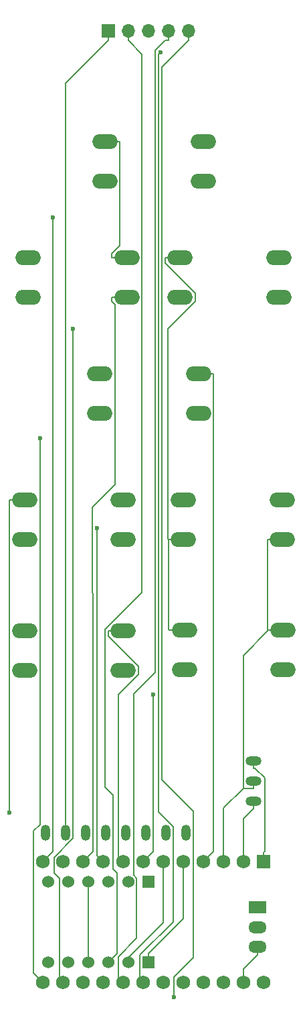
<source format=gbr>
%TF.GenerationSoftware,KiCad,Pcbnew,8.0.6*%
%TF.CreationDate,2025-02-23T20:39:58-06:00*%
%TF.ProjectId,fullycustomcontrolle one handv3c,66756c6c-7963-4757-9374-6f6d636f6e74,rev?*%
%TF.SameCoordinates,Original*%
%TF.FileFunction,Copper,L1,Top*%
%TF.FilePolarity,Positive*%
%FSLAX46Y46*%
G04 Gerber Fmt 4.6, Leading zero omitted, Abs format (unit mm)*
G04 Created by KiCad (PCBNEW 8.0.6) date 2025-02-23 20:39:58*
%MOMM*%
%LPD*%
G01*
G04 APERTURE LIST*
%TA.AperFunction,ComponentPad*%
%ADD10O,1.200000X2.000000*%
%TD*%
%TA.AperFunction,ComponentPad*%
%ADD11O,3.200000X1.900000*%
%TD*%
%TA.AperFunction,ComponentPad*%
%ADD12O,2.000000X1.200000*%
%TD*%
%TA.AperFunction,ComponentPad*%
%ADD13R,1.752600X1.752600*%
%TD*%
%TA.AperFunction,ComponentPad*%
%ADD14C,1.752600*%
%TD*%
%TA.AperFunction,ComponentPad*%
%ADD15R,1.700000X1.700000*%
%TD*%
%TA.AperFunction,ComponentPad*%
%ADD16O,1.700000X1.700000*%
%TD*%
%TA.AperFunction,ComponentPad*%
%ADD17C,1.524000*%
%TD*%
%TA.AperFunction,ComponentPad*%
%ADD18R,1.524000X1.524000*%
%TD*%
%TA.AperFunction,ComponentPad*%
%ADD19R,2.300000X1.500000*%
%TD*%
%TA.AperFunction,ComponentPad*%
%ADD20O,2.300000X1.500000*%
%TD*%
%TA.AperFunction,ViaPad*%
%ADD21C,0.600000*%
%TD*%
%TA.AperFunction,Conductor*%
%ADD22C,0.200000*%
%TD*%
G04 APERTURE END LIST*
D10*
%TO.P,MPU1,1,VCC*%
%TO.N,Net-(MPU1-VCC)*%
X183170000Y-127785000D03*
%TO.P,MPU1,2,GND*%
%TO.N,Net-(J1-Pin_1)*%
X185710000Y-127785000D03*
%TO.P,MPU1,3,SCL*%
%TO.N,Net-(MPU1-SCL)*%
X188250000Y-127785000D03*
%TO.P,MPU1,4,SDA*%
%TO.N,Net-(MPU1-SDA)*%
X190790000Y-127785000D03*
%TO.P,MPU1,5,XDA*%
%TO.N,unconnected-(MPU1-XDA-Pad5)*%
X193330000Y-127785000D03*
%TO.P,MPU1,6,XCL*%
%TO.N,unconnected-(MPU1-XCL-Pad6)*%
X195870000Y-127785000D03*
%TO.P,MPU1,7,AD0*%
%TO.N,unconnected-(MPU1-AD0-Pad7)*%
X198410000Y-127785000D03*
%TO.P,MPU1,8,INT*%
%TO.N,unconnected-(MPU1-INT-Pad8)*%
X200950000Y-127785000D03*
%TD*%
D11*
%TO.P,SW8,1,1*%
%TO.N,Net-(SW5-B)*%
X200225000Y-55245000D03*
X212725000Y-55245000D03*
%TO.P,SW8,2,2*%
%TO.N,Net-(U1-B2)*%
X200225000Y-60245000D03*
X212725000Y-60245000D03*
%TD*%
D12*
%TO.P,SW5,1,A*%
%TO.N,Net-(SW5-A)*%
X209550000Y-118745000D03*
%TO.P,SW5,2,B*%
%TO.N,Net-(SW5-B)*%
X209550000Y-121285000D03*
%TO.P,SW5,3,C*%
%TO.N,Net-(SW5-C)*%
X209550000Y-123825000D03*
%TD*%
D11*
%TO.P,SW6,1,1*%
%TO.N,Net-(U1-E6)*%
X193475000Y-60245000D03*
X180975000Y-60245000D03*
%TO.P,SW6,2,2*%
%TO.N,Net-(SW5-B)*%
X193475000Y-55245000D03*
X180975000Y-55245000D03*
%TD*%
D13*
%TO.P,U1,1,TX*%
%TO.N,Net-(SW5-A)*%
X210820000Y-131445000D03*
D14*
%TO.P,U1,2,RX*%
%TO.N,Net-(SW5-C)*%
X208280000Y-131445000D03*
%TO.P,U1,3,GND*%
%TO.N,Net-(SW5-B)*%
X205740000Y-131445000D03*
%TO.P,U1,4,GND*%
%TO.N,Net-(SW9-Pad1)*%
X203200000Y-131445000D03*
%TO.P,U1,5,SDA*%
%TO.N,Net-(U1-SDA)*%
X200660000Y-131445000D03*
%TO.P,U1,6,SCL*%
%TO.N,Net-(U1-SCL)*%
X198120000Y-131445000D03*
%TO.P,U1,7,D4*%
%TO.N,Net-(U1-D4)*%
X195580000Y-131445000D03*
%TO.P,U1,8,C6*%
%TO.N,Net-(U1-C6)*%
X193040000Y-131445000D03*
%TO.P,U1,9,D7*%
%TO.N,Net-(U1-D7)*%
X190500000Y-131445000D03*
%TO.P,U1,10,E6*%
%TO.N,Net-(U1-E6)*%
X187960000Y-131445000D03*
%TO.P,U1,11,B4*%
%TO.N,Net-(U1-B4)*%
X185420000Y-131445000D03*
%TO.P,U1,12,B5*%
%TO.N,Net-(U1-B5)*%
X182880000Y-131445000D03*
%TO.P,U1,13,B6*%
%TO.N,Net-(U1-B6)*%
X182880000Y-146685000D03*
%TO.P,U1,14,B2*%
%TO.N,Net-(U1-B2)*%
X185420000Y-146685000D03*
%TO.P,U1,15,B3*%
%TO.N,unconnected-(U1-B3-Pad15)*%
X187960000Y-146685000D03*
%TO.P,U1,16,B1*%
%TO.N,Net-(J1-Pin_5)*%
X190500000Y-146685000D03*
%TO.P,U1,17,F7*%
%TO.N,Net-(J1-Pin_4)*%
X193040000Y-146685000D03*
%TO.P,U1,18,F6*%
%TO.N,Net-(J1-Pin_3)*%
X195580000Y-146685000D03*
%TO.P,U1,19,F5*%
%TO.N,unconnected-(U1-F5-Pad19)*%
X198120000Y-146685000D03*
%TO.P,U1,20,F4*%
%TO.N,unconnected-(U1-F4-Pad20)*%
X200660000Y-146685000D03*
%TO.P,U1,21,VCC*%
%TO.N,Net-(J1-Pin_2)*%
X203200000Y-146685000D03*
%TO.P,U1,22,RST*%
%TO.N,unconnected-(U1-RST-Pad22)*%
X205740000Y-146685000D03*
%TO.P,U1,23,GND*%
%TO.N,Net-(J1-Pin_1)*%
X208280000Y-146685000D03*
%TO.P,U1,24,RAW*%
%TO.N,unconnected-(U1-RAW-Pad24)*%
X210820000Y-146685000D03*
%TD*%
D11*
%TO.P,SW9,1,1*%
%TO.N,Net-(SW9-Pad1)*%
X190065000Y-69930000D03*
X202565000Y-69930000D03*
%TO.P,SW9,2,2*%
%TO.N,Net-(U1-B6)*%
X190065000Y-74930000D03*
X202565000Y-74930000D03*
%TD*%
%TO.P,SW7,2,2*%
%TO.N,Net-(SW5-B)*%
X193040000Y-90805000D03*
X180540000Y-90805000D03*
%TO.P,SW7,1,1*%
%TO.N,Net-(U1-B4)*%
X193040000Y-85805000D03*
X180540000Y-85805000D03*
%TD*%
D15*
%TO.P,J1,1,Pin_1*%
%TO.N,Net-(J1-Pin_1)*%
X191135000Y-26670000D03*
D16*
%TO.P,J1,2,Pin_2*%
%TO.N,Net-(J1-Pin_2)*%
X193675000Y-26670000D03*
%TO.P,J1,3,Pin_3*%
%TO.N,Net-(J1-Pin_3)*%
X196215000Y-26670000D03*
%TO.P,J1,4,Pin_4*%
%TO.N,Net-(J1-Pin_4)*%
X198755000Y-26670000D03*
%TO.P,J1,5,Pin_5*%
%TO.N,Net-(J1-Pin_5)*%
X201295000Y-26670000D03*
%TD*%
D11*
%TO.P,SW1,2,2*%
%TO.N,Net-(SW5-B)*%
X213160000Y-90805000D03*
X200660000Y-90805000D03*
%TO.P,SW1,1,1*%
%TO.N,Net-(U1-D7)*%
X213160000Y-85805000D03*
X200660000Y-85805000D03*
%TD*%
D17*
%TO.P,U3,GND_1,GND*%
%TO.N,Net-(J1-Pin_1)*%
X188595000Y-144145000D03*
%TO.P,U3,GND_2,GND*%
X188595000Y-133985000D03*
%TO.P,U3,HV,HV*%
%TO.N,Net-(J1-Pin_2)*%
X191135000Y-144145000D03*
D18*
%TO.P,U3,HV1,HV1*%
%TO.N,Net-(U1-SDA)*%
X196215000Y-144145000D03*
D17*
%TO.P,U3,HV2,HV2*%
%TO.N,Net-(U1-SCL)*%
X193675000Y-144145000D03*
%TO.P,U3,HV3,HV3*%
%TO.N,unconnected-(U3-PadHV3)*%
X186055000Y-144145000D03*
%TO.P,U3,HV4,HV4*%
%TO.N,unconnected-(U3-PadHV4)*%
X183515000Y-144145000D03*
%TO.P,U3,LV,LV*%
%TO.N,Net-(MPU1-VCC)*%
X191135000Y-133985000D03*
D18*
%TO.P,U3,LV1,LV1*%
%TO.N,Net-(MPU1-SDA)*%
X196215000Y-133985000D03*
D17*
%TO.P,U3,LV2,LV2*%
%TO.N,Net-(MPU1-SCL)*%
X193675000Y-133985000D03*
%TO.P,U3,LV3,LV3*%
%TO.N,unconnected-(U3-PadLV3)*%
X186055000Y-133985000D03*
%TO.P,U3,LV4,LV4*%
%TO.N,unconnected-(U3-PadLV4)*%
X183515000Y-133985000D03*
%TD*%
D11*
%TO.P,SW2,2,2*%
%TO.N,Net-(SW5-B)*%
X200760000Y-102275000D03*
X213260000Y-102275000D03*
%TO.P,SW2,1,1*%
%TO.N,Net-(U1-D4)*%
X200760000Y-107275000D03*
X213260000Y-107275000D03*
%TD*%
%TO.P,SW3,1,1*%
%TO.N,Net-(U1-B5)*%
X203200000Y-45640000D03*
X190700000Y-45640000D03*
%TO.P,SW3,2,2*%
%TO.N,Net-(SW5-B)*%
X203200000Y-40640000D03*
X190700000Y-40640000D03*
%TD*%
D19*
%TO.P,U2,1,IN*%
%TO.N,Net-(J1-Pin_2)*%
X210005000Y-137210000D03*
D20*
%TO.P,U2,2,OUT*%
%TO.N,Net-(MPU1-VCC)*%
X210005000Y-139750000D03*
%TO.P,U2,3,GND*%
%TO.N,Net-(J1-Pin_1)*%
X210005000Y-142200000D03*
%TD*%
D11*
%TO.P,SW4,1,1*%
%TO.N,Net-(U1-C6)*%
X180540000Y-102315000D03*
X193040000Y-102315000D03*
%TO.P,SW4,2,2*%
%TO.N,Net-(SW5-B)*%
X180540000Y-107315000D03*
X193040000Y-107315000D03*
%TD*%
D21*
%TO.N,Net-(U1-B6)*%
X182474200Y-77995700D03*
%TO.N,Net-(U1-B4)*%
X178638300Y-125250900D03*
%TO.N,Net-(U1-B2)*%
X186690000Y-64203600D03*
%TO.N,Net-(J1-Pin_3)*%
X197702600Y-29335200D03*
%TO.N,Net-(J1-Pin_5)*%
X199440800Y-148568400D03*
%TO.N,Net-(U1-B5)*%
X184147500Y-50151000D03*
%TO.N,Net-(U1-D4)*%
X196816800Y-110337100D03*
%TO.N,Net-(U1-D7)*%
X189721700Y-89338600D03*
%TD*%
D22*
%TO.N,Net-(SW9-Pad1)*%
X204466700Y-130178300D02*
X204466700Y-69930000D01*
X203200000Y-131445000D02*
X204466700Y-130178300D01*
X202565000Y-69930000D02*
X204466700Y-69930000D01*
%TO.N,Net-(U1-B6)*%
X182474200Y-126764300D02*
X182474200Y-77995700D01*
X181694100Y-127544400D02*
X182474200Y-126764300D01*
X181694100Y-145499100D02*
X181694100Y-127544400D01*
X182880000Y-146685000D02*
X181694100Y-145499100D01*
%TO.N,Net-(SW5-B)*%
X211258300Y-102175000D02*
X211258300Y-90805000D01*
X211358300Y-102275000D02*
X211258300Y-102175000D01*
X213260000Y-102275000D02*
X211358300Y-102275000D01*
X213160000Y-90805000D02*
X211258300Y-90805000D01*
X198758300Y-102175000D02*
X198758300Y-90805000D01*
X198858300Y-102275000D02*
X198758300Y-102175000D01*
X200760000Y-102275000D02*
X198858300Y-102275000D01*
X209550000Y-121285000D02*
X209550000Y-122186700D01*
X191573300Y-54726500D02*
X191573300Y-55245000D01*
X192601700Y-53698100D02*
X191573300Y-54726500D01*
X192601700Y-40640000D02*
X192601700Y-53698100D01*
X190700000Y-40640000D02*
X192601700Y-40640000D01*
X193475000Y-55245000D02*
X191573300Y-55245000D01*
X208203500Y-105429800D02*
X211358300Y-102275000D01*
X208203500Y-122186700D02*
X208203500Y-105429800D01*
X205740000Y-124650200D02*
X208203500Y-122186700D01*
X205740000Y-131445000D02*
X205740000Y-124650200D01*
X208203500Y-122186700D02*
X209550000Y-122186700D01*
X200660000Y-90805000D02*
X198859200Y-90805000D01*
X198859200Y-90805000D02*
X198759800Y-90805000D01*
X198759800Y-90805000D02*
X198758300Y-90805000D01*
X200225000Y-55245000D02*
X198323300Y-55245000D01*
X198323300Y-55923100D02*
X198323300Y-55245000D01*
X202126700Y-59726500D02*
X198323300Y-55923100D01*
X202126700Y-60763500D02*
X202126700Y-59726500D01*
X198676100Y-64214100D02*
X202126700Y-60763500D01*
X198676100Y-90721300D02*
X198676100Y-64214100D01*
X198759800Y-90805000D02*
X198676100Y-90721300D01*
%TO.N,Net-(U1-C6)*%
X193040000Y-102315000D02*
X191138300Y-102315000D01*
X191138300Y-102993200D02*
X191138300Y-102315000D01*
X191138400Y-102993200D02*
X191138300Y-102993200D01*
X194941700Y-106796500D02*
X191138400Y-102993200D01*
X194941700Y-107833500D02*
X194941700Y-106796500D01*
X192388400Y-110386800D02*
X194941700Y-107833500D01*
X192388400Y-130793400D02*
X192388400Y-110386800D01*
X193040000Y-131445000D02*
X192388400Y-130793400D01*
%TO.N,Net-(U1-B4)*%
X180540000Y-85805000D02*
X178638300Y-85805000D01*
X178638300Y-85805000D02*
X178638300Y-125250900D01*
%TO.N,Net-(SW5-A)*%
X209646700Y-119646700D02*
X209550000Y-119646700D01*
X210912400Y-120912400D02*
X209646700Y-119646700D01*
X210912400Y-130174600D02*
X210912400Y-120912400D01*
X210820000Y-130267000D02*
X210912400Y-130174600D01*
X210820000Y-131445000D02*
X210820000Y-130267000D01*
X209550000Y-118745000D02*
X209550000Y-119646700D01*
%TO.N,Net-(U1-SDA)*%
X200660000Y-138636300D02*
X200660000Y-131445000D01*
X196215000Y-143081300D02*
X200660000Y-138636300D01*
X196215000Y-144145000D02*
X196215000Y-143081300D01*
%TO.N,Net-(SW5-C)*%
X208280000Y-125996700D02*
X209550000Y-124726700D01*
X208280000Y-131445000D02*
X208280000Y-125996700D01*
X209550000Y-123825000D02*
X209550000Y-124726700D01*
%TO.N,Net-(U1-B2)*%
X184934700Y-146199700D02*
X185420000Y-146685000D01*
X184934700Y-133571500D02*
X184934700Y-146199700D01*
X184242000Y-132878800D02*
X184934700Y-133571500D01*
X184242000Y-130957100D02*
X184242000Y-132878800D01*
X186690000Y-128509100D02*
X184242000Y-130957100D01*
X186690000Y-64203600D02*
X186690000Y-128509100D01*
%TO.N,Net-(U1-E6)*%
X193475000Y-60245000D02*
X191573300Y-60245000D01*
X189207500Y-130197500D02*
X187960000Y-131445000D01*
X189207500Y-97631900D02*
X189207500Y-130197500D01*
X189095000Y-97519400D02*
X189207500Y-97631900D01*
X189095000Y-86761400D02*
X189095000Y-97519400D01*
X191989300Y-83867100D02*
X189095000Y-86761400D01*
X191989300Y-61179500D02*
X191989300Y-83867100D01*
X191573300Y-60763500D02*
X191989300Y-61179500D01*
X191573300Y-60245000D02*
X191573300Y-60763500D01*
%TO.N,Net-(U1-SCL)*%
X193675000Y-143577000D02*
X193675000Y-144145000D01*
X198120000Y-139132000D02*
X193675000Y-143577000D01*
X198120000Y-131445000D02*
X198120000Y-139132000D01*
%TO.N,Net-(J1-Pin_3)*%
X195148300Y-146253300D02*
X195580000Y-146685000D01*
X195148300Y-143237600D02*
X195148300Y-146253300D01*
X199323500Y-139062400D02*
X195148300Y-143237600D01*
X199323500Y-127023300D02*
X199323500Y-139062400D01*
X197501700Y-125201500D02*
X199323500Y-127023300D01*
X197501700Y-29536100D02*
X197501700Y-125201500D01*
X197702600Y-29335200D02*
X197501700Y-29536100D01*
%TO.N,Net-(J1-Pin_5)*%
X199440800Y-146002700D02*
X199440800Y-148568400D01*
X201900000Y-143543500D02*
X199440800Y-146002700D01*
X201900000Y-125107700D02*
X201900000Y-143543500D01*
X197903400Y-121111100D02*
X201900000Y-125107700D01*
X197903400Y-31213300D02*
X197903400Y-121111100D01*
X201295000Y-27821700D02*
X197903400Y-31213300D01*
X201295000Y-26670000D02*
X201295000Y-27821700D01*
%TO.N,Net-(J1-Pin_4)*%
X198755000Y-26670000D02*
X198755000Y-27821700D01*
X192405000Y-146050000D02*
X193040000Y-146685000D01*
X192405000Y-143440900D02*
X192405000Y-146050000D01*
X194738700Y-141107200D02*
X192405000Y-143440900D01*
X194738700Y-133544300D02*
X194738700Y-141107200D01*
X194382400Y-133188000D02*
X194738700Y-133544300D01*
X194382400Y-110287700D02*
X194382400Y-133188000D01*
X197100000Y-107570100D02*
X194382400Y-110287700D01*
X197100000Y-29087000D02*
X197100000Y-107570100D01*
X198365300Y-27821700D02*
X197100000Y-29087000D01*
X198755000Y-27821700D02*
X198365300Y-27821700D01*
%TO.N,Net-(U1-B5)*%
X184147500Y-130177500D02*
X184147500Y-50151000D01*
X182880000Y-131445000D02*
X184147500Y-130177500D01*
%TO.N,Net-(U1-D4)*%
X196816800Y-130208200D02*
X196816800Y-110337100D01*
X195580000Y-131445000D02*
X196816800Y-130208200D01*
%TO.N,Net-(U1-D7)*%
X189721700Y-130666700D02*
X189721700Y-89338600D01*
X190500000Y-131445000D02*
X189721700Y-130666700D01*
%TO.N,Net-(J1-Pin_2)*%
X193675000Y-26670000D02*
X193675000Y-27821700D01*
X191135000Y-144142900D02*
X191135000Y-144145000D01*
X192201700Y-143076200D02*
X191135000Y-144142900D01*
X192201700Y-132861100D02*
X192201700Y-143076200D01*
X191770000Y-132429400D02*
X192201700Y-132861100D01*
X191770000Y-123056700D02*
X191770000Y-132429400D01*
X190736600Y-122023300D02*
X191770000Y-123056700D01*
X190736600Y-102148600D02*
X190736600Y-122023300D01*
X195414400Y-97470800D02*
X190736600Y-102148600D01*
X195414400Y-29561100D02*
X195414400Y-97470800D01*
X193675000Y-27821700D02*
X195414400Y-29561100D01*
%TO.N,Net-(J1-Pin_1)*%
X208280000Y-144976700D02*
X208280000Y-146685000D01*
X210005000Y-143251700D02*
X208280000Y-144976700D01*
X210005000Y-142200000D02*
X210005000Y-143251700D01*
X188595000Y-133985000D02*
X188595000Y-144145000D01*
X185710000Y-33246700D02*
X185710000Y-127785000D01*
X191135000Y-27821700D02*
X185710000Y-33246700D01*
X191135000Y-26670000D02*
X191135000Y-27821700D01*
%TD*%
M02*

</source>
